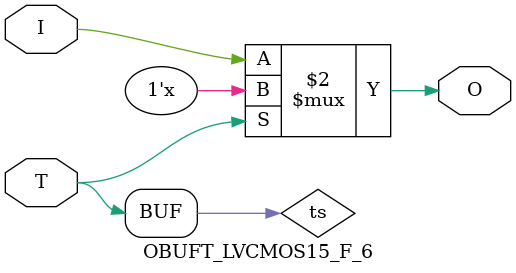
<source format=v>

/*

FUNCTION    : TRI-STATE OUTPUT BUFFER

*/

`celldefine
`timescale  100 ps / 10 ps

module OBUFT_LVCMOS15_F_6 (O, I, T);

    output O;

    input  I, T;

    or O1 (ts, 1'b0, T);
    bufif0 T1 (O, I, ts);

endmodule

</source>
